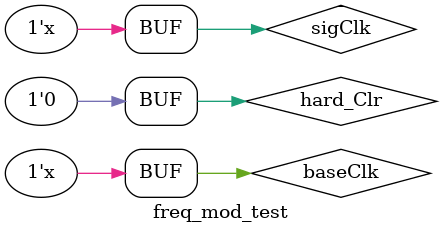
<source format=v>
`timescale 1ns / 1ps


module freq_mod_test;

	// Inputs
	reg baseClk;
	reg sigClk;
	reg sendBusy;
	reg hard_Clr;
	wire enable;
	// Outputs
	wire [7:0] data;
	wire sendEnable;
	wire[1:0] Status;
	wire[31:0] baseCount;
	// Instantiate the Unit Under Test (UUT)
	freqMeasure_Mod uut (
		.baseClk(baseClk), 
		.sigClk(sigClk), 
		.data(data), 
		.sendEnable(sendEnable), 
		.sendBusy(sendBusy), 
		.hard_Clr(hard_Clr),
		.Status(Status),
		.enable(enable),
		.baseCount(baseCount)
	);

	initial begin
		// Initialize Inputs
		baseClk = 0;
		sigClk = 0;
		sendBusy = 0;
		hard_Clr = 0;

		// Wait 100 ns for global reset to finish
		#100;  
		hard_Clr = 1;
		#20 hard_Clr = 0;
		// Add stimulus here
	end
 
always 
	#5 baseClk = !baseClk;
always
	#20 sigClk = !sigClk;
always@(posedge sendEnable)
	begin
		sendBusy <= 1'b1;
		#1000 sendBusy <= 1'b0;
	end
endmodule


</source>
